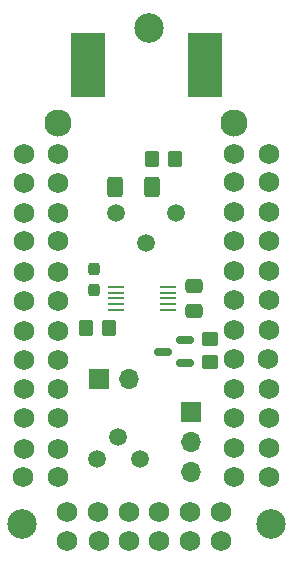
<source format=gts>
G04 #@! TF.GenerationSoftware,KiCad,Pcbnew,(6.0.1)*
G04 #@! TF.CreationDate,2022-06-09T11:36:19-07:00*
G04 #@! TF.ProjectId,PS_controller_rev1_2,50535f63-6f6e-4747-926f-6c6c65725f72,rev?*
G04 #@! TF.SameCoordinates,Original*
G04 #@! TF.FileFunction,Soldermask,Top*
G04 #@! TF.FilePolarity,Negative*
%FSLAX46Y46*%
G04 Gerber Fmt 4.6, Leading zero omitted, Abs format (unit mm)*
G04 Created by KiCad (PCBNEW (6.0.1)) date 2022-06-09 11:36:19*
%MOMM*%
%LPD*%
G01*
G04 APERTURE LIST*
G04 Aperture macros list*
%AMRoundRect*
0 Rectangle with rounded corners*
0 $1 Rounding radius*
0 $2 $3 $4 $5 $6 $7 $8 $9 X,Y pos of 4 corners*
0 Add a 4 corners polygon primitive as box body*
4,1,4,$2,$3,$4,$5,$6,$7,$8,$9,$2,$3,0*
0 Add four circle primitives for the rounded corners*
1,1,$1+$1,$2,$3*
1,1,$1+$1,$4,$5*
1,1,$1+$1,$6,$7*
1,1,$1+$1,$8,$9*
0 Add four rect primitives between the rounded corners*
20,1,$1+$1,$2,$3,$4,$5,0*
20,1,$1+$1,$4,$5,$6,$7,0*
20,1,$1+$1,$6,$7,$8,$9,0*
20,1,$1+$1,$8,$9,$2,$3,0*%
G04 Aperture macros list end*
%ADD10RoundRect,0.250000X-0.350000X-0.450000X0.350000X-0.450000X0.350000X0.450000X-0.350000X0.450000X0*%
%ADD11RoundRect,0.250000X-0.400000X-0.625000X0.400000X-0.625000X0.400000X0.625000X-0.400000X0.625000X0*%
%ADD12RoundRect,0.150000X0.587500X0.150000X-0.587500X0.150000X-0.587500X-0.150000X0.587500X-0.150000X0*%
%ADD13RoundRect,0.250000X0.350000X0.450000X-0.350000X0.450000X-0.350000X-0.450000X0.350000X-0.450000X0*%
%ADD14C,2.500000*%
%ADD15C,2.300000*%
%ADD16C,1.750000*%
%ADD17RoundRect,0.237500X0.237500X-0.300000X0.237500X0.300000X-0.237500X0.300000X-0.237500X-0.300000X0*%
%ADD18R,1.333500X0.279400*%
%ADD19C,1.498600*%
%ADD20RoundRect,0.250000X0.475000X-0.337500X0.475000X0.337500X-0.475000X0.337500X-0.475000X-0.337500X0*%
%ADD21RoundRect,0.250000X0.450000X-0.350000X0.450000X0.350000X-0.450000X0.350000X-0.450000X-0.350000X0*%
%ADD22R,2.900000X5.400000*%
%ADD23R,1.700000X1.700000*%
%ADD24O,1.700000X1.700000*%
G04 APERTURE END LIST*
D10*
X150700000Y-81700000D03*
X152700000Y-81700000D03*
D11*
X147591384Y-84088276D03*
X150691384Y-84088276D03*
D12*
X153537500Y-98950000D03*
X153537500Y-97050000D03*
X151662500Y-98000000D03*
D13*
X147100000Y-96000000D03*
X145100000Y-96000000D03*
D14*
X160800000Y-112600000D03*
D15*
X142729000Y-78655000D03*
X157659000Y-78655000D03*
D16*
X157659000Y-108655000D03*
X160659000Y-108655000D03*
X160659000Y-106155000D03*
X157659000Y-106155000D03*
X157659000Y-103655000D03*
X160659000Y-103655000D03*
X157659000Y-101155000D03*
X160659000Y-101155000D03*
X157659000Y-98655000D03*
X160559000Y-98655000D03*
X157659000Y-96155000D03*
X160659000Y-96155000D03*
X157659000Y-93655000D03*
X160659000Y-93655000D03*
X160659000Y-91155000D03*
X157659000Y-91155000D03*
X157659000Y-88655000D03*
X160659000Y-88655000D03*
X160659000Y-86155000D03*
X157659000Y-86155000D03*
X143559000Y-111555000D03*
X146159000Y-111555000D03*
X146259000Y-114055000D03*
X160659000Y-83655000D03*
X157659000Y-83655000D03*
X143559000Y-114055000D03*
X160659000Y-81255000D03*
X157659000Y-81255000D03*
X142759000Y-81255000D03*
X139859000Y-81255000D03*
X139859000Y-83755000D03*
X142759000Y-83755000D03*
X139859000Y-86255000D03*
X142759000Y-86255000D03*
X142759000Y-88655000D03*
X139859000Y-88655000D03*
X142759000Y-91255000D03*
X139859000Y-91255000D03*
X142759000Y-93755000D03*
X139859000Y-93755000D03*
X142759000Y-96255000D03*
X139859000Y-96255000D03*
X142759000Y-98755000D03*
X139859000Y-98755000D03*
X139859000Y-101155000D03*
X142759000Y-101155000D03*
X142759000Y-103655000D03*
X139859000Y-103655000D03*
X139859000Y-106255000D03*
X142759000Y-106255000D03*
X142759000Y-108655000D03*
X139849000Y-108655000D03*
X148759000Y-114055000D03*
X148759000Y-111555000D03*
X151359000Y-111555000D03*
X151359000Y-114055000D03*
X153959000Y-111555000D03*
X153959000Y-114055000D03*
X156559000Y-111555000D03*
X156559000Y-114055000D03*
D14*
X139700000Y-112600000D03*
D17*
X145800000Y-92762500D03*
X145800000Y-91037500D03*
D14*
X150500000Y-70600000D03*
D18*
X152116150Y-94500760D03*
X152116150Y-94000380D03*
X152116150Y-93500000D03*
X152116150Y-92999620D03*
X152116150Y-92499240D03*
X147683850Y-92499240D03*
X147683850Y-92999620D03*
X147683850Y-93500000D03*
X147683850Y-94000380D03*
X147683850Y-94500760D03*
D19*
X149690000Y-107130000D03*
X147890000Y-105230000D03*
X146090000Y-107130000D03*
D20*
X154300000Y-94537500D03*
X154300000Y-92462500D03*
D19*
X147719000Y-86274500D03*
X150219000Y-88774500D03*
X152719000Y-86274500D03*
D21*
X155600000Y-98900000D03*
X155600000Y-96900000D03*
D22*
X145290000Y-73700000D03*
X155190000Y-73700000D03*
D23*
X146250000Y-100285000D03*
D24*
X148790000Y-100285000D03*
D23*
X154025000Y-103075000D03*
D24*
X154025000Y-105615000D03*
X154025000Y-108155000D03*
M02*

</source>
